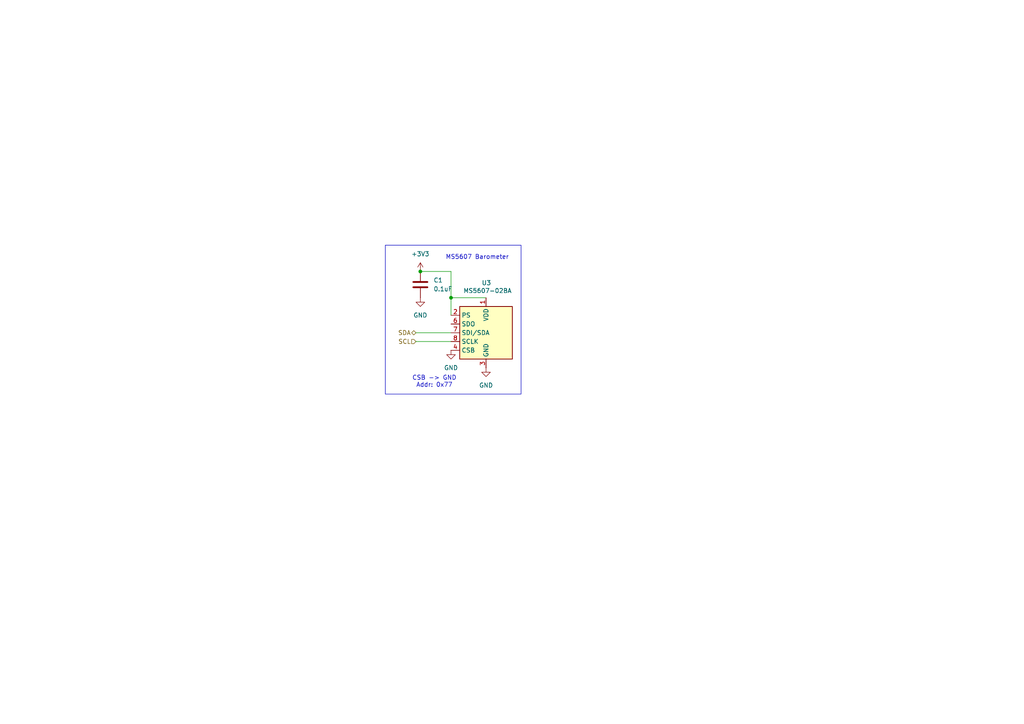
<source format=kicad_sch>
(kicad_sch (version 20231120) (generator "eeschema") (generator_version "8.0")
  (paper "A4")
  (lib_symbols
    (symbol "Device:C" (pin_numbers hide) (pin_names (offset 0.254))
      (property "Reference" "C" (at 0.635 2.54 0))
      (property "Value" "C" (at 0.635 -2.54 0))
      (symbol "C_0_1"
        (polyline (pts (xy -2.032 -0.762) (xy 2.032 -0.762)) (stroke (width 0.508)))
        (polyline (pts (xy -2.032 0.762) (xy 2.032 0.762)) (stroke (width 0.508)))
      )
      (symbol "C_1_1"
        (pin passive line (at 0 3.81 270) (length 2.794) (name "~") (number "1"))
        (pin passive line (at 0 -3.81 90) (length 2.794) (name "~") (number "2"))
      )
    )
    (symbol "Sensor_Pressure:MS5607-02BA"
      (property "Reference" "U" (at -6.35 8.89 0))
      (property "Value" "MS5607-02BA" (at 7.62 8.89 0))
      (symbol "MS5607-02BA_0_1"
        (rectangle (start -7.62 7.62) (end 7.62 -7.62) (stroke (width 0.254)) (fill (type background)))
      )
      (symbol "MS5607-02BA_1_1"
        (pin power_in line (at 0 10.16 270) (length 2.54) (name "VDD") (number "1"))
        (pin input line (at -10.16 5.08 0) (length 2.54) (name "PS") (number "2"))
        (pin power_in line (at 0 -10.16 90) (length 2.54) (name "GND") (number "3"))
        (pin input line (at -10.16 -5.08 0) (length 2.54) (name "CSB") (number "4"))
        (pin input line (at -10.16 -5.08 0) (length 2.54) hide (name "CSB") (number "5"))
        (pin output line (at -10.16 2.54 0) (length 2.54) (name "SDO") (number "6"))
        (pin bidirectional line (at -10.16 0 0) (length 2.54) (name "SDI/SDA") (number "7"))
        (pin input line (at -10.16 -2.54 0) (length 2.54) (name "SCLK") (number "8"))
      )
    )
    (symbol "power:+3V3" (power) (pin_numbers hide) (pin_names (offset 0) hide)
      (property "Value" "+3V3" (at 0 3.556 0))
      (symbol "+3V3_0_1"
        (polyline (pts (xy -0.762 1.27) (xy 0 2.54)))
        (polyline (pts (xy 0 0) (xy 0 2.54)))
        (polyline (pts (xy 0 2.54) (xy 0.762 1.27)))
      )
      (symbol "+3V3_1_1"
        (pin power_in line (at 0 0 90) (length 0) (name "~") (number "1"))
      )
    )
    (symbol "power:GND" (power) (pin_numbers hide) (pin_names (offset 0) hide)
      (property "Value" "GND" (at 0 -3.81 0))
      (symbol "GND_0_1"
        (polyline (pts (xy 0 0) (xy 0 -1.27) (xy 1.27 -1.27) (xy 0 -2.54) (xy -1.27 -1.27) (xy 0 -1.27)))
      )
      (symbol "GND_1_1"
        (pin power_in line (at 0 0 270) (length 0) (name "~") (number "1"))
      )
    )
  )
  (junction (at 130.81 86.36))
  (junction (at 121.92 78.74))
  (wire (pts (xy 120.65 96.52) (xy 130.81 96.52)))
  (wire (pts (xy 130.81 86.36) (xy 130.81 91.44)))
  (wire (pts (xy 130.81 78.74) (xy 130.81 86.36)))
  (wire (pts (xy 130.81 86.36) (xy 140.97 86.36)))
  (wire (pts (xy 120.65 99.06) (xy 130.81 99.06)))
  (wire (pts (xy 121.92 78.74) (xy 130.81 78.74)))
  (rectangle (start 111.76 71.12) (end 151.13 114.3))
  (text "CSB -> GND\nAddr: 0x77" (at 125.984 110.744 0) (effects (font (size 1.27 1.27))))
  (text "MS5607 Barometer" (at 138.43 74.676 0) (effects (font (size 1.27 1.27))))
  (hierarchical_label "SCL" (shape input) (at 120.65 99.06 180))
  (hierarchical_label "SDA" (shape bidirectional) (at 120.65 96.52 180))
  (symbol (lib_id "power:GND") (at 140.97 106.68 0) (unit 1)
    (property "Reference" "#PWR012" (effects (hide yes)))
    (property "Value" "GND" (at 140.97 111.76 0))
    (property "Description" "Power symbol creates a global label with name \"GND\" , ground" (effects (hide yes)))
  )
  (symbol (lib_id "power:+3V3") (at 121.92 78.74 0) (unit 1)
    (property "Reference" "#PWR08" (effects (hide yes)))
    (property "Value" "+3V3" (at 121.92 73.66 0))
    (property "Description" "Power symbol creates a global label with name \"+3V3\"" (effects (hide yes)))
  )
  (symbol (lib_id "Device:C") (at 121.92 82.55 0) (unit 1)
    (property "Reference" "C1" (at 125.73 81.2799 0) (effects (justify left)))
    (property "Value" "0.1uF" (at 125.73 83.8199 0) (effects (justify left)))
    (property "Footprint" "Capacitor_SMD:C_0603_1608Metric" (effects (hide yes)))
    (property "Description" "Unpolarized capacitor" (effects (hide yes)))
  )
  (symbol (lib_id "Sensor_Pressure:MS5607-02BA") (at 140.97 96.52 0) (unit 1)
    (property "Reference" "U3" (at 139.7 82.042 0) (effects (justify left)))
    (property "Value" "MS5607-02BA" (at 134.366 84.328 0) (effects (justify left)))
    (property "Footprint" "Package_LGA:LGA-8_3x5mm_P1.25mm" (effects (hide yes)))
    (property "Datasheet" "https://www.te.com/commerce/DocumentDelivery/DDEController?Action=showdoc&DocId=Data+Sheet%7FMS5607-02BA03%7FB2%7Fpdf%7FEnglish%7FENG_DS_MS5607-02BA03_B2.pdf%7FCAT-BLPS0035" (effects (hide yes)))
    (property "Description" "Barometric pressure sensor, 20cm resolution, 10 to 1200 mbar, I2C and SPI interface up to 20MHz, LGA-8" (effects (hide yes)))
  )
  (symbol (lib_id "power:GND") (at 130.81 101.6 0) (unit 1)
    (property "Reference" "#PWR011" (effects (hide yes)))
    (property "Value" "GND" (at 130.81 106.68 0))
    (property "Description" "Power symbol creates a global label with name \"GND\" , ground" (effects (hide yes)))
  )
  (symbol (lib_id "power:GND") (at 121.92 86.36 0) (unit 1)
    (property "Reference" "#PWR010" (effects (hide yes)))
    (property "Value" "GND" (at 121.92 91.44 0))
    (property "Description" "Power symbol creates a global label with name \"GND\" , ground" (effects (hide yes)))
  )
)
</source>
